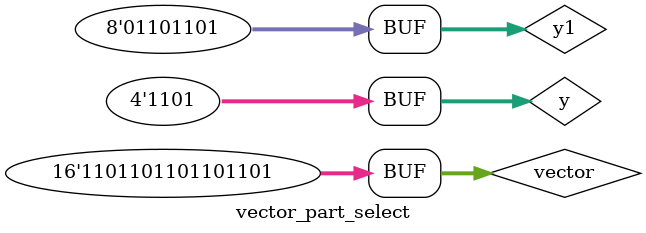
<source format=v>
`timescale 1ns / 1ps


module vector_part_select();

reg[15:0]vector;
reg[3:0]y;
reg[7:0]y1;

initial begin
vector[15:0]=16'b1101101101101101;
#10;
y=vector[3:0];
#10;
y1=vector[7:0];
#10;
end
endmodule


</source>
